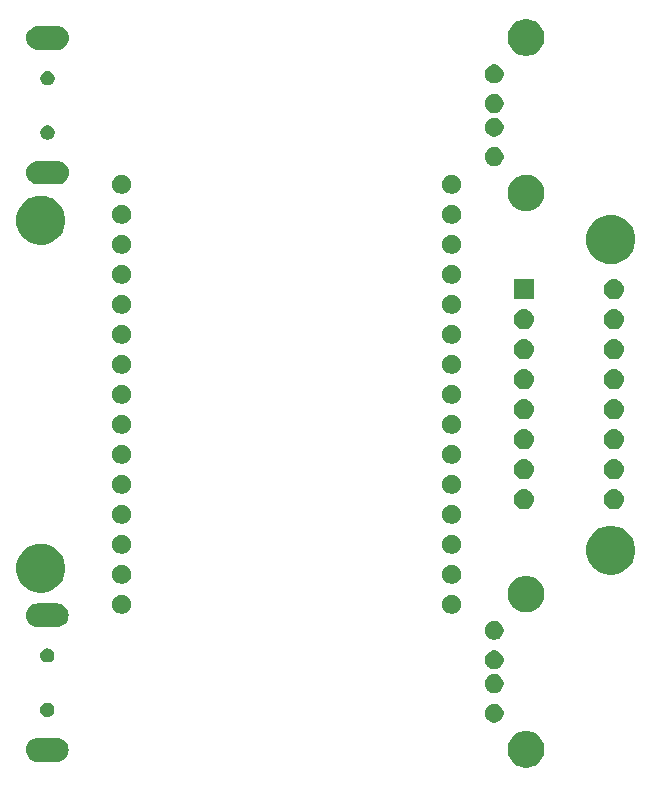
<source format=gbr>
G04 #@! TF.GenerationSoftware,KiCad,Pcbnew,(5.0.1)-4*
G04 #@! TF.CreationDate,2018-12-13T19:21:25-06:00*
G04 #@! TF.ProjectId,ExpansionUSB,457870616E73696F6E5553422E6B6963,rev?*
G04 #@! TF.SameCoordinates,Original*
G04 #@! TF.FileFunction,Soldermask,Bot*
G04 #@! TF.FilePolarity,Negative*
%FSLAX46Y46*%
G04 Gerber Fmt 4.6, Leading zero omitted, Abs format (unit mm)*
G04 Created by KiCad (PCBNEW (5.0.1)-4) date 13/12/2018 19:21:25*
%MOMM*%
%LPD*%
G01*
G04 APERTURE LIST*
%ADD10C,0.100000*%
G04 APERTURE END LIST*
D10*
G36*
X157880357Y-126954843D02*
X157980232Y-126974709D01*
X158097139Y-127023134D01*
X158262471Y-127091616D01*
X158516485Y-127261343D01*
X158732497Y-127477355D01*
X158902224Y-127731369D01*
X159019131Y-128013609D01*
X159078730Y-128313231D01*
X159078730Y-128618729D01*
X159019131Y-128918351D01*
X158902224Y-129200591D01*
X158732497Y-129454605D01*
X158516485Y-129670617D01*
X158262471Y-129840344D01*
X158097139Y-129908826D01*
X157980232Y-129957251D01*
X157880357Y-129977117D01*
X157680609Y-130016850D01*
X157375111Y-130016850D01*
X157175363Y-129977117D01*
X157075488Y-129957251D01*
X156958581Y-129908826D01*
X156793249Y-129840344D01*
X156539235Y-129670617D01*
X156323223Y-129454605D01*
X156153496Y-129200591D01*
X156036589Y-128918351D01*
X155976990Y-128618729D01*
X155976990Y-128313231D01*
X156036589Y-128013609D01*
X156153496Y-127731369D01*
X156323223Y-127477355D01*
X156539235Y-127261343D01*
X156793249Y-127091616D01*
X156958581Y-127023134D01*
X157075488Y-126974709D01*
X157175363Y-126954843D01*
X157375111Y-126915110D01*
X157680609Y-126915110D01*
X157880357Y-126954843D01*
X157880357Y-126954843D01*
G37*
G36*
X117990232Y-127522483D02*
X118178919Y-127579721D01*
X118352817Y-127672671D01*
X118505239Y-127797761D01*
X118630329Y-127950183D01*
X118723279Y-128124081D01*
X118780517Y-128312768D01*
X118799843Y-128509000D01*
X118780517Y-128705232D01*
X118723279Y-128893919D01*
X118630329Y-129067817D01*
X118505239Y-129220239D01*
X118352817Y-129345329D01*
X118178919Y-129438279D01*
X117990232Y-129495517D01*
X117843176Y-129510000D01*
X116144824Y-129510000D01*
X115997768Y-129495517D01*
X115809081Y-129438279D01*
X115635183Y-129345329D01*
X115482761Y-129220239D01*
X115357671Y-129067817D01*
X115264721Y-128893919D01*
X115207483Y-128705232D01*
X115188157Y-128509000D01*
X115207483Y-128312768D01*
X115264721Y-128124081D01*
X115357671Y-127950183D01*
X115482761Y-127797761D01*
X115635183Y-127672671D01*
X115809081Y-127579721D01*
X115997768Y-127522483D01*
X116144824Y-127508000D01*
X117843176Y-127508000D01*
X117990232Y-127522483D01*
X117990232Y-127522483D01*
G37*
G36*
X155051489Y-124624354D02*
X155197366Y-124684778D01*
X155328061Y-124772106D01*
X155328654Y-124772502D01*
X155440298Y-124884146D01*
X155440300Y-124884149D01*
X155528022Y-125015434D01*
X155588446Y-125161311D01*
X155619250Y-125316172D01*
X155619250Y-125474068D01*
X155588446Y-125628929D01*
X155528022Y-125774806D01*
X155440694Y-125905501D01*
X155440298Y-125906094D01*
X155328654Y-126017738D01*
X155328651Y-126017740D01*
X155197366Y-126105462D01*
X155051489Y-126165886D01*
X154896628Y-126196690D01*
X154738732Y-126196690D01*
X154583871Y-126165886D01*
X154437994Y-126105462D01*
X154306709Y-126017740D01*
X154306706Y-126017738D01*
X154195062Y-125906094D01*
X154194666Y-125905501D01*
X154107338Y-125774806D01*
X154046914Y-125628929D01*
X154016110Y-125474068D01*
X154016110Y-125316172D01*
X154046914Y-125161311D01*
X154107338Y-125015434D01*
X154195060Y-124884149D01*
X154195062Y-124884146D01*
X154306706Y-124772502D01*
X154307299Y-124772106D01*
X154437994Y-124684778D01*
X154583871Y-124624354D01*
X154738732Y-124593550D01*
X154896628Y-124593550D01*
X155051489Y-124624354D01*
X155051489Y-124624354D01*
G37*
G36*
X117169305Y-124531096D02*
X117278680Y-124576400D01*
X117377118Y-124642175D01*
X117460825Y-124725882D01*
X117526600Y-124824320D01*
X117571904Y-124933695D01*
X117595000Y-125049806D01*
X117595000Y-125168194D01*
X117571904Y-125284305D01*
X117526600Y-125393680D01*
X117460825Y-125492118D01*
X117377118Y-125575825D01*
X117278680Y-125641600D01*
X117169305Y-125686904D01*
X117053194Y-125710000D01*
X116934806Y-125710000D01*
X116818695Y-125686904D01*
X116709320Y-125641600D01*
X116610882Y-125575825D01*
X116527175Y-125492118D01*
X116461400Y-125393680D01*
X116416096Y-125284305D01*
X116393000Y-125168194D01*
X116393000Y-125049806D01*
X116416096Y-124933695D01*
X116461400Y-124824320D01*
X116527175Y-124725882D01*
X116610882Y-124642175D01*
X116709320Y-124576400D01*
X116818695Y-124531096D01*
X116934806Y-124508000D01*
X117053194Y-124508000D01*
X117169305Y-124531096D01*
X117169305Y-124531096D01*
G37*
G36*
X155051489Y-122124994D02*
X155197366Y-122185418D01*
X155328061Y-122272746D01*
X155328654Y-122273142D01*
X155440298Y-122384786D01*
X155440300Y-122384789D01*
X155528022Y-122516074D01*
X155588446Y-122661951D01*
X155619250Y-122816812D01*
X155619250Y-122974708D01*
X155588446Y-123129569D01*
X155528022Y-123275446D01*
X155440694Y-123406141D01*
X155440298Y-123406734D01*
X155328654Y-123518378D01*
X155328651Y-123518380D01*
X155197366Y-123606102D01*
X155051489Y-123666526D01*
X154896628Y-123697330D01*
X154738732Y-123697330D01*
X154583871Y-123666526D01*
X154437994Y-123606102D01*
X154306709Y-123518380D01*
X154306706Y-123518378D01*
X154195062Y-123406734D01*
X154194666Y-123406141D01*
X154107338Y-123275446D01*
X154046914Y-123129569D01*
X154016110Y-122974708D01*
X154016110Y-122816812D01*
X154046914Y-122661951D01*
X154107338Y-122516074D01*
X154195060Y-122384789D01*
X154195062Y-122384786D01*
X154306706Y-122273142D01*
X154307299Y-122272746D01*
X154437994Y-122185418D01*
X154583871Y-122124994D01*
X154738732Y-122094190D01*
X154896628Y-122094190D01*
X155051489Y-122124994D01*
X155051489Y-122124994D01*
G37*
G36*
X155051489Y-120123474D02*
X155197366Y-120183898D01*
X155328061Y-120271226D01*
X155328654Y-120271622D01*
X155440298Y-120383266D01*
X155440300Y-120383269D01*
X155528022Y-120514554D01*
X155588446Y-120660431D01*
X155619250Y-120815292D01*
X155619250Y-120973188D01*
X155588446Y-121128049D01*
X155528022Y-121273926D01*
X155440694Y-121404621D01*
X155440298Y-121405214D01*
X155328654Y-121516858D01*
X155328651Y-121516860D01*
X155197366Y-121604582D01*
X155051489Y-121665006D01*
X154896628Y-121695810D01*
X154738732Y-121695810D01*
X154583871Y-121665006D01*
X154437994Y-121604582D01*
X154306709Y-121516860D01*
X154306706Y-121516858D01*
X154195062Y-121405214D01*
X154194666Y-121404621D01*
X154107338Y-121273926D01*
X154046914Y-121128049D01*
X154016110Y-120973188D01*
X154016110Y-120815292D01*
X154046914Y-120660431D01*
X154107338Y-120514554D01*
X154195060Y-120383269D01*
X154195062Y-120383266D01*
X154306706Y-120271622D01*
X154307299Y-120271226D01*
X154437994Y-120183898D01*
X154583871Y-120123474D01*
X154738732Y-120092670D01*
X154896628Y-120092670D01*
X155051489Y-120123474D01*
X155051489Y-120123474D01*
G37*
G36*
X117169305Y-119931096D02*
X117278680Y-119976400D01*
X117377118Y-120042175D01*
X117460825Y-120125882D01*
X117526600Y-120224320D01*
X117571904Y-120333695D01*
X117595000Y-120449806D01*
X117595000Y-120568194D01*
X117571904Y-120684305D01*
X117526600Y-120793680D01*
X117460825Y-120892118D01*
X117377118Y-120975825D01*
X117278680Y-121041600D01*
X117169305Y-121086904D01*
X117053194Y-121110000D01*
X116934806Y-121110000D01*
X116818695Y-121086904D01*
X116709320Y-121041600D01*
X116610882Y-120975825D01*
X116527175Y-120892118D01*
X116461400Y-120793680D01*
X116416096Y-120684305D01*
X116393000Y-120568194D01*
X116393000Y-120449806D01*
X116416096Y-120333695D01*
X116461400Y-120224320D01*
X116527175Y-120125882D01*
X116610882Y-120042175D01*
X116709320Y-119976400D01*
X116818695Y-119931096D01*
X116934806Y-119908000D01*
X117053194Y-119908000D01*
X117169305Y-119931096D01*
X117169305Y-119931096D01*
G37*
G36*
X155051489Y-117624114D02*
X155197366Y-117684538D01*
X155328061Y-117771866D01*
X155328654Y-117772262D01*
X155440298Y-117883906D01*
X155440300Y-117883909D01*
X155528022Y-118015194D01*
X155588446Y-118161071D01*
X155619250Y-118315932D01*
X155619250Y-118473828D01*
X155588446Y-118628689D01*
X155528022Y-118774566D01*
X155440694Y-118905261D01*
X155440298Y-118905854D01*
X155328654Y-119017498D01*
X155328651Y-119017500D01*
X155197366Y-119105222D01*
X155051489Y-119165646D01*
X154896628Y-119196450D01*
X154738732Y-119196450D01*
X154583871Y-119165646D01*
X154437994Y-119105222D01*
X154306709Y-119017500D01*
X154306706Y-119017498D01*
X154195062Y-118905854D01*
X154194666Y-118905261D01*
X154107338Y-118774566D01*
X154046914Y-118628689D01*
X154016110Y-118473828D01*
X154016110Y-118315932D01*
X154046914Y-118161071D01*
X154107338Y-118015194D01*
X154195060Y-117883909D01*
X154195062Y-117883906D01*
X154306706Y-117772262D01*
X154307299Y-117771866D01*
X154437994Y-117684538D01*
X154583871Y-117624114D01*
X154738732Y-117593310D01*
X154896628Y-117593310D01*
X155051489Y-117624114D01*
X155051489Y-117624114D01*
G37*
G36*
X117990232Y-116122483D02*
X118178919Y-116179721D01*
X118352817Y-116272671D01*
X118505239Y-116397761D01*
X118630329Y-116550183D01*
X118723279Y-116724081D01*
X118780517Y-116912768D01*
X118799843Y-117109000D01*
X118780517Y-117305232D01*
X118723279Y-117493919D01*
X118630329Y-117667817D01*
X118505239Y-117820239D01*
X118352817Y-117945329D01*
X118178919Y-118038279D01*
X117990232Y-118095517D01*
X117843176Y-118110000D01*
X116144824Y-118110000D01*
X115997768Y-118095517D01*
X115809081Y-118038279D01*
X115635183Y-117945329D01*
X115482761Y-117820239D01*
X115357671Y-117667817D01*
X115264721Y-117493919D01*
X115207483Y-117305232D01*
X115188157Y-117109000D01*
X115207483Y-116912768D01*
X115264721Y-116724081D01*
X115357671Y-116550183D01*
X115482761Y-116397761D01*
X115635183Y-116272671D01*
X115809081Y-116179721D01*
X115997768Y-116122483D01*
X116144824Y-116108000D01*
X117843176Y-116108000D01*
X117990232Y-116122483D01*
X117990232Y-116122483D01*
G37*
G36*
X151469142Y-115398242D02*
X151617102Y-115459530D01*
X151750258Y-115548502D01*
X151863498Y-115661742D01*
X151952470Y-115794898D01*
X152013758Y-115942858D01*
X152045000Y-116099925D01*
X152045000Y-116260075D01*
X152013758Y-116417142D01*
X151967566Y-116528657D01*
X151952471Y-116565100D01*
X151863499Y-116698257D01*
X151750257Y-116811499D01*
X151684130Y-116855683D01*
X151617102Y-116900470D01*
X151617101Y-116900471D01*
X151617100Y-116900471D01*
X151587408Y-116912770D01*
X151469142Y-116961758D01*
X151312075Y-116993000D01*
X151151925Y-116993000D01*
X150994858Y-116961758D01*
X150876592Y-116912770D01*
X150846900Y-116900471D01*
X150846899Y-116900471D01*
X150846898Y-116900470D01*
X150779870Y-116855683D01*
X150713743Y-116811499D01*
X150600501Y-116698257D01*
X150511529Y-116565100D01*
X150496434Y-116528657D01*
X150450242Y-116417142D01*
X150419000Y-116260075D01*
X150419000Y-116099925D01*
X150450242Y-115942858D01*
X150511530Y-115794898D01*
X150600502Y-115661742D01*
X150713742Y-115548502D01*
X150846898Y-115459530D01*
X150994858Y-115398242D01*
X151151925Y-115367000D01*
X151312075Y-115367000D01*
X151469142Y-115398242D01*
X151469142Y-115398242D01*
G37*
G36*
X123529142Y-115398242D02*
X123677102Y-115459530D01*
X123810258Y-115548502D01*
X123923498Y-115661742D01*
X124012470Y-115794898D01*
X124073758Y-115942858D01*
X124105000Y-116099925D01*
X124105000Y-116260075D01*
X124073758Y-116417142D01*
X124027566Y-116528657D01*
X124012471Y-116565100D01*
X123923499Y-116698257D01*
X123810257Y-116811499D01*
X123744130Y-116855683D01*
X123677102Y-116900470D01*
X123677101Y-116900471D01*
X123677100Y-116900471D01*
X123647408Y-116912770D01*
X123529142Y-116961758D01*
X123372075Y-116993000D01*
X123211925Y-116993000D01*
X123054858Y-116961758D01*
X122936592Y-116912770D01*
X122906900Y-116900471D01*
X122906899Y-116900471D01*
X122906898Y-116900470D01*
X122839870Y-116855683D01*
X122773743Y-116811499D01*
X122660501Y-116698257D01*
X122571529Y-116565100D01*
X122556434Y-116528657D01*
X122510242Y-116417142D01*
X122479000Y-116260075D01*
X122479000Y-116099925D01*
X122510242Y-115942858D01*
X122571530Y-115794898D01*
X122660502Y-115661742D01*
X122773742Y-115548502D01*
X122906898Y-115459530D01*
X123054858Y-115398242D01*
X123211925Y-115367000D01*
X123372075Y-115367000D01*
X123529142Y-115398242D01*
X123529142Y-115398242D01*
G37*
G36*
X157880357Y-113812883D02*
X157980232Y-113832749D01*
X158087406Y-113877142D01*
X158262471Y-113949656D01*
X158516485Y-114119383D01*
X158732497Y-114335395D01*
X158902224Y-114589409D01*
X159019131Y-114871649D01*
X159078730Y-115171271D01*
X159078730Y-115476769D01*
X159064461Y-115548502D01*
X159019131Y-115776392D01*
X158970706Y-115893299D01*
X158902224Y-116058631D01*
X158732497Y-116312645D01*
X158516485Y-116528657D01*
X158262471Y-116698384D01*
X158097139Y-116766866D01*
X157980232Y-116815291D01*
X157880357Y-116835157D01*
X157680609Y-116874890D01*
X157375111Y-116874890D01*
X157175363Y-116835157D01*
X157075488Y-116815291D01*
X156958581Y-116766866D01*
X156793249Y-116698384D01*
X156539235Y-116528657D01*
X156323223Y-116312645D01*
X156153496Y-116058631D01*
X156085014Y-115893299D01*
X156036589Y-115776392D01*
X155991259Y-115548502D01*
X155976990Y-115476769D01*
X155976990Y-115171271D01*
X156036589Y-114871649D01*
X156153496Y-114589409D01*
X156323223Y-114335395D01*
X156539235Y-114119383D01*
X156793249Y-113949656D01*
X156968314Y-113877142D01*
X157075488Y-113832749D01*
X157175363Y-113812883D01*
X157375111Y-113773150D01*
X157680609Y-113773150D01*
X157880357Y-113812883D01*
X157880357Y-113812883D01*
G37*
G36*
X116840373Y-111089024D02*
X117041589Y-111129048D01*
X117420671Y-111286069D01*
X117497107Y-111337142D01*
X117761838Y-111514030D01*
X118051970Y-111804162D01*
X118279932Y-112145331D01*
X118436952Y-112524412D01*
X118515546Y-112919529D01*
X118517000Y-112926842D01*
X118517000Y-113337158D01*
X118436952Y-113739589D01*
X118279931Y-114118671D01*
X118177815Y-114271498D01*
X118051970Y-114459838D01*
X117761838Y-114749970D01*
X117761835Y-114749972D01*
X117420671Y-114977931D01*
X117041589Y-115134952D01*
X116859000Y-115171271D01*
X116639159Y-115215000D01*
X116228841Y-115215000D01*
X116009000Y-115171271D01*
X115826411Y-115134952D01*
X115447329Y-114977931D01*
X115106165Y-114749972D01*
X115106162Y-114749970D01*
X114816030Y-114459838D01*
X114690185Y-114271498D01*
X114588069Y-114118671D01*
X114431048Y-113739589D01*
X114351000Y-113337158D01*
X114351000Y-112926842D01*
X114352455Y-112919529D01*
X114431048Y-112524412D01*
X114588068Y-112145331D01*
X114816030Y-111804162D01*
X115106162Y-111514030D01*
X115370893Y-111337142D01*
X115447329Y-111286069D01*
X115826411Y-111129048D01*
X116027627Y-111089024D01*
X116228841Y-111049000D01*
X116639159Y-111049000D01*
X116840373Y-111089024D01*
X116840373Y-111089024D01*
G37*
G36*
X123529142Y-112858242D02*
X123677102Y-112919530D01*
X123810258Y-113008502D01*
X123923498Y-113121742D01*
X124012470Y-113254898D01*
X124073758Y-113402858D01*
X124105000Y-113559925D01*
X124105000Y-113720075D01*
X124073758Y-113877142D01*
X124043721Y-113949656D01*
X124012471Y-114025100D01*
X123949474Y-114119383D01*
X123923498Y-114158258D01*
X123810258Y-114271498D01*
X123677102Y-114360470D01*
X123529142Y-114421758D01*
X123372075Y-114453000D01*
X123211925Y-114453000D01*
X123054858Y-114421758D01*
X122906898Y-114360470D01*
X122773742Y-114271498D01*
X122660502Y-114158258D01*
X122634527Y-114119383D01*
X122571529Y-114025100D01*
X122540279Y-113949656D01*
X122510242Y-113877142D01*
X122479000Y-113720075D01*
X122479000Y-113559925D01*
X122510242Y-113402858D01*
X122571530Y-113254898D01*
X122660502Y-113121742D01*
X122773742Y-113008502D01*
X122906898Y-112919530D01*
X123054858Y-112858242D01*
X123211925Y-112827000D01*
X123372075Y-112827000D01*
X123529142Y-112858242D01*
X123529142Y-112858242D01*
G37*
G36*
X151469142Y-112858242D02*
X151617102Y-112919530D01*
X151750258Y-113008502D01*
X151863498Y-113121742D01*
X151952470Y-113254898D01*
X152013758Y-113402858D01*
X152045000Y-113559925D01*
X152045000Y-113720075D01*
X152013758Y-113877142D01*
X151983721Y-113949656D01*
X151952471Y-114025100D01*
X151889474Y-114119383D01*
X151863498Y-114158258D01*
X151750258Y-114271498D01*
X151617102Y-114360470D01*
X151469142Y-114421758D01*
X151312075Y-114453000D01*
X151151925Y-114453000D01*
X150994858Y-114421758D01*
X150846898Y-114360470D01*
X150713742Y-114271498D01*
X150600502Y-114158258D01*
X150574527Y-114119383D01*
X150511529Y-114025100D01*
X150480279Y-113949656D01*
X150450242Y-113877142D01*
X150419000Y-113720075D01*
X150419000Y-113559925D01*
X150450242Y-113402858D01*
X150511530Y-113254898D01*
X150600502Y-113121742D01*
X150713742Y-113008502D01*
X150846898Y-112919530D01*
X150994858Y-112858242D01*
X151151925Y-112827000D01*
X151312075Y-112827000D01*
X151469142Y-112858242D01*
X151469142Y-112858242D01*
G37*
G36*
X165301589Y-109605048D02*
X165680671Y-109762069D01*
X166017294Y-109986994D01*
X166021838Y-109990030D01*
X166311970Y-110280162D01*
X166311972Y-110280165D01*
X166539931Y-110621329D01*
X166696952Y-111000411D01*
X166700834Y-111019926D01*
X166777000Y-111402841D01*
X166777000Y-111813159D01*
X166696952Y-112215588D01*
X166539932Y-112594669D01*
X166311970Y-112935838D01*
X166021838Y-113225970D01*
X166021835Y-113225972D01*
X165680671Y-113453931D01*
X165301589Y-113610952D01*
X165100373Y-113650976D01*
X164899159Y-113691000D01*
X164488841Y-113691000D01*
X164287627Y-113650976D01*
X164086411Y-113610952D01*
X163707329Y-113453931D01*
X163366165Y-113225972D01*
X163366162Y-113225970D01*
X163076030Y-112935838D01*
X162848068Y-112594669D01*
X162691048Y-112215588D01*
X162611000Y-111813159D01*
X162611000Y-111402841D01*
X162687166Y-111019926D01*
X162691048Y-111000411D01*
X162848069Y-110621329D01*
X163076028Y-110280165D01*
X163076030Y-110280162D01*
X163366162Y-109990030D01*
X163370706Y-109986994D01*
X163707329Y-109762069D01*
X164086411Y-109605048D01*
X164488841Y-109525000D01*
X164899159Y-109525000D01*
X165301589Y-109605048D01*
X165301589Y-109605048D01*
G37*
G36*
X151469142Y-110318242D02*
X151617102Y-110379530D01*
X151750258Y-110468502D01*
X151863498Y-110581742D01*
X151952470Y-110714898D01*
X152013758Y-110862858D01*
X152045000Y-111019925D01*
X152045000Y-111180075D01*
X152013758Y-111337142D01*
X151952470Y-111485102D01*
X151863498Y-111618258D01*
X151750258Y-111731498D01*
X151617102Y-111820470D01*
X151469142Y-111881758D01*
X151312075Y-111913000D01*
X151151925Y-111913000D01*
X150994858Y-111881758D01*
X150846898Y-111820470D01*
X150713742Y-111731498D01*
X150600502Y-111618258D01*
X150511530Y-111485102D01*
X150450242Y-111337142D01*
X150419000Y-111180075D01*
X150419000Y-111019925D01*
X150450242Y-110862858D01*
X150511530Y-110714898D01*
X150600502Y-110581742D01*
X150713742Y-110468502D01*
X150846898Y-110379530D01*
X150994858Y-110318242D01*
X151151925Y-110287000D01*
X151312075Y-110287000D01*
X151469142Y-110318242D01*
X151469142Y-110318242D01*
G37*
G36*
X123529142Y-110318242D02*
X123677102Y-110379530D01*
X123810258Y-110468502D01*
X123923498Y-110581742D01*
X124012470Y-110714898D01*
X124073758Y-110862858D01*
X124105000Y-111019925D01*
X124105000Y-111180075D01*
X124073758Y-111337142D01*
X124012470Y-111485102D01*
X123923498Y-111618258D01*
X123810258Y-111731498D01*
X123677102Y-111820470D01*
X123529142Y-111881758D01*
X123372075Y-111913000D01*
X123211925Y-111913000D01*
X123054858Y-111881758D01*
X122906898Y-111820470D01*
X122773742Y-111731498D01*
X122660502Y-111618258D01*
X122571530Y-111485102D01*
X122510242Y-111337142D01*
X122479000Y-111180075D01*
X122479000Y-111019925D01*
X122510242Y-110862858D01*
X122571530Y-110714898D01*
X122660502Y-110581742D01*
X122773742Y-110468502D01*
X122906898Y-110379530D01*
X123054858Y-110318242D01*
X123211925Y-110287000D01*
X123372075Y-110287000D01*
X123529142Y-110318242D01*
X123529142Y-110318242D01*
G37*
G36*
X151469142Y-107778242D02*
X151617102Y-107839530D01*
X151750258Y-107928502D01*
X151863498Y-108041742D01*
X151952470Y-108174898D01*
X152013758Y-108322858D01*
X152045000Y-108479925D01*
X152045000Y-108640075D01*
X152013758Y-108797142D01*
X151952470Y-108945102D01*
X151863498Y-109078258D01*
X151750258Y-109191498D01*
X151617102Y-109280470D01*
X151469142Y-109341758D01*
X151312075Y-109373000D01*
X151151925Y-109373000D01*
X150994858Y-109341758D01*
X150846898Y-109280470D01*
X150713742Y-109191498D01*
X150600502Y-109078258D01*
X150511530Y-108945102D01*
X150450242Y-108797142D01*
X150419000Y-108640075D01*
X150419000Y-108479925D01*
X150450242Y-108322858D01*
X150511530Y-108174898D01*
X150600502Y-108041742D01*
X150713742Y-107928502D01*
X150846898Y-107839530D01*
X150994858Y-107778242D01*
X151151925Y-107747000D01*
X151312075Y-107747000D01*
X151469142Y-107778242D01*
X151469142Y-107778242D01*
G37*
G36*
X123529142Y-107778242D02*
X123677102Y-107839530D01*
X123810258Y-107928502D01*
X123923498Y-108041742D01*
X124012470Y-108174898D01*
X124073758Y-108322858D01*
X124105000Y-108479925D01*
X124105000Y-108640075D01*
X124073758Y-108797142D01*
X124012470Y-108945102D01*
X123923498Y-109078258D01*
X123810258Y-109191498D01*
X123677102Y-109280470D01*
X123529142Y-109341758D01*
X123372075Y-109373000D01*
X123211925Y-109373000D01*
X123054858Y-109341758D01*
X122906898Y-109280470D01*
X122773742Y-109191498D01*
X122660502Y-109078258D01*
X122571530Y-108945102D01*
X122510242Y-108797142D01*
X122479000Y-108640075D01*
X122479000Y-108479925D01*
X122510242Y-108322858D01*
X122571530Y-108174898D01*
X122660502Y-108041742D01*
X122773742Y-107928502D01*
X122906898Y-107839530D01*
X123054858Y-107778242D01*
X123211925Y-107747000D01*
X123372075Y-107747000D01*
X123529142Y-107778242D01*
X123529142Y-107778242D01*
G37*
G36*
X157494821Y-106450913D02*
X157494824Y-106450914D01*
X157494825Y-106450914D01*
X157655239Y-106499575D01*
X157655241Y-106499576D01*
X157655244Y-106499577D01*
X157803078Y-106578595D01*
X157932659Y-106684941D01*
X158039005Y-106814522D01*
X158118023Y-106962356D01*
X158166687Y-107122779D01*
X158183117Y-107289600D01*
X158166687Y-107456421D01*
X158118023Y-107616844D01*
X158039005Y-107764678D01*
X157932659Y-107894259D01*
X157803078Y-108000605D01*
X157655244Y-108079623D01*
X157655241Y-108079624D01*
X157655239Y-108079625D01*
X157494825Y-108128286D01*
X157494824Y-108128286D01*
X157494821Y-108128287D01*
X157369804Y-108140600D01*
X157286196Y-108140600D01*
X157161179Y-108128287D01*
X157161176Y-108128286D01*
X157161175Y-108128286D01*
X157000761Y-108079625D01*
X157000759Y-108079624D01*
X157000756Y-108079623D01*
X156852922Y-108000605D01*
X156723341Y-107894259D01*
X156616995Y-107764678D01*
X156537977Y-107616844D01*
X156489313Y-107456421D01*
X156472883Y-107289600D01*
X156489313Y-107122779D01*
X156537977Y-106962356D01*
X156616995Y-106814522D01*
X156723341Y-106684941D01*
X156852922Y-106578595D01*
X157000756Y-106499577D01*
X157000759Y-106499576D01*
X157000761Y-106499575D01*
X157161175Y-106450914D01*
X157161176Y-106450914D01*
X157161179Y-106450913D01*
X157286196Y-106438600D01*
X157369804Y-106438600D01*
X157494821Y-106450913D01*
X157494821Y-106450913D01*
G37*
G36*
X165114821Y-106450913D02*
X165114824Y-106450914D01*
X165114825Y-106450914D01*
X165275239Y-106499575D01*
X165275241Y-106499576D01*
X165275244Y-106499577D01*
X165423078Y-106578595D01*
X165552659Y-106684941D01*
X165659005Y-106814522D01*
X165738023Y-106962356D01*
X165786687Y-107122779D01*
X165803117Y-107289600D01*
X165786687Y-107456421D01*
X165738023Y-107616844D01*
X165659005Y-107764678D01*
X165552659Y-107894259D01*
X165423078Y-108000605D01*
X165275244Y-108079623D01*
X165275241Y-108079624D01*
X165275239Y-108079625D01*
X165114825Y-108128286D01*
X165114824Y-108128286D01*
X165114821Y-108128287D01*
X164989804Y-108140600D01*
X164906196Y-108140600D01*
X164781179Y-108128287D01*
X164781176Y-108128286D01*
X164781175Y-108128286D01*
X164620761Y-108079625D01*
X164620759Y-108079624D01*
X164620756Y-108079623D01*
X164472922Y-108000605D01*
X164343341Y-107894259D01*
X164236995Y-107764678D01*
X164157977Y-107616844D01*
X164109313Y-107456421D01*
X164092883Y-107289600D01*
X164109313Y-107122779D01*
X164157977Y-106962356D01*
X164236995Y-106814522D01*
X164343341Y-106684941D01*
X164472922Y-106578595D01*
X164620756Y-106499577D01*
X164620759Y-106499576D01*
X164620761Y-106499575D01*
X164781175Y-106450914D01*
X164781176Y-106450914D01*
X164781179Y-106450913D01*
X164906196Y-106438600D01*
X164989804Y-106438600D01*
X165114821Y-106450913D01*
X165114821Y-106450913D01*
G37*
G36*
X151469142Y-105238242D02*
X151617102Y-105299530D01*
X151750258Y-105388502D01*
X151863498Y-105501742D01*
X151952470Y-105634898D01*
X152013758Y-105782858D01*
X152045000Y-105939925D01*
X152045000Y-106100075D01*
X152013758Y-106257142D01*
X151952470Y-106405102D01*
X151863498Y-106538258D01*
X151750258Y-106651498D01*
X151617102Y-106740470D01*
X151469142Y-106801758D01*
X151312075Y-106833000D01*
X151151925Y-106833000D01*
X150994858Y-106801758D01*
X150846898Y-106740470D01*
X150713742Y-106651498D01*
X150600502Y-106538258D01*
X150511530Y-106405102D01*
X150450242Y-106257142D01*
X150419000Y-106100075D01*
X150419000Y-105939925D01*
X150450242Y-105782858D01*
X150511530Y-105634898D01*
X150600502Y-105501742D01*
X150713742Y-105388502D01*
X150846898Y-105299530D01*
X150994858Y-105238242D01*
X151151925Y-105207000D01*
X151312075Y-105207000D01*
X151469142Y-105238242D01*
X151469142Y-105238242D01*
G37*
G36*
X123529142Y-105238242D02*
X123677102Y-105299530D01*
X123810258Y-105388502D01*
X123923498Y-105501742D01*
X124012470Y-105634898D01*
X124073758Y-105782858D01*
X124105000Y-105939925D01*
X124105000Y-106100075D01*
X124073758Y-106257142D01*
X124012470Y-106405102D01*
X123923498Y-106538258D01*
X123810258Y-106651498D01*
X123677102Y-106740470D01*
X123529142Y-106801758D01*
X123372075Y-106833000D01*
X123211925Y-106833000D01*
X123054858Y-106801758D01*
X122906898Y-106740470D01*
X122773742Y-106651498D01*
X122660502Y-106538258D01*
X122571530Y-106405102D01*
X122510242Y-106257142D01*
X122479000Y-106100075D01*
X122479000Y-105939925D01*
X122510242Y-105782858D01*
X122571530Y-105634898D01*
X122660502Y-105501742D01*
X122773742Y-105388502D01*
X122906898Y-105299530D01*
X123054858Y-105238242D01*
X123211925Y-105207000D01*
X123372075Y-105207000D01*
X123529142Y-105238242D01*
X123529142Y-105238242D01*
G37*
G36*
X157494821Y-103910913D02*
X157494824Y-103910914D01*
X157494825Y-103910914D01*
X157655239Y-103959575D01*
X157655241Y-103959576D01*
X157655244Y-103959577D01*
X157803078Y-104038595D01*
X157932659Y-104144941D01*
X158039005Y-104274522D01*
X158118023Y-104422356D01*
X158166687Y-104582779D01*
X158183117Y-104749600D01*
X158166687Y-104916421D01*
X158118023Y-105076844D01*
X158039005Y-105224678D01*
X157932659Y-105354259D01*
X157803078Y-105460605D01*
X157655244Y-105539623D01*
X157655241Y-105539624D01*
X157655239Y-105539625D01*
X157494825Y-105588286D01*
X157494824Y-105588286D01*
X157494821Y-105588287D01*
X157369804Y-105600600D01*
X157286196Y-105600600D01*
X157161179Y-105588287D01*
X157161176Y-105588286D01*
X157161175Y-105588286D01*
X157000761Y-105539625D01*
X157000759Y-105539624D01*
X157000756Y-105539623D01*
X156852922Y-105460605D01*
X156723341Y-105354259D01*
X156616995Y-105224678D01*
X156537977Y-105076844D01*
X156489313Y-104916421D01*
X156472883Y-104749600D01*
X156489313Y-104582779D01*
X156537977Y-104422356D01*
X156616995Y-104274522D01*
X156723341Y-104144941D01*
X156852922Y-104038595D01*
X157000756Y-103959577D01*
X157000759Y-103959576D01*
X157000761Y-103959575D01*
X157161175Y-103910914D01*
X157161176Y-103910914D01*
X157161179Y-103910913D01*
X157286196Y-103898600D01*
X157369804Y-103898600D01*
X157494821Y-103910913D01*
X157494821Y-103910913D01*
G37*
G36*
X165114821Y-103910913D02*
X165114824Y-103910914D01*
X165114825Y-103910914D01*
X165275239Y-103959575D01*
X165275241Y-103959576D01*
X165275244Y-103959577D01*
X165423078Y-104038595D01*
X165552659Y-104144941D01*
X165659005Y-104274522D01*
X165738023Y-104422356D01*
X165786687Y-104582779D01*
X165803117Y-104749600D01*
X165786687Y-104916421D01*
X165738023Y-105076844D01*
X165659005Y-105224678D01*
X165552659Y-105354259D01*
X165423078Y-105460605D01*
X165275244Y-105539623D01*
X165275241Y-105539624D01*
X165275239Y-105539625D01*
X165114825Y-105588286D01*
X165114824Y-105588286D01*
X165114821Y-105588287D01*
X164989804Y-105600600D01*
X164906196Y-105600600D01*
X164781179Y-105588287D01*
X164781176Y-105588286D01*
X164781175Y-105588286D01*
X164620761Y-105539625D01*
X164620759Y-105539624D01*
X164620756Y-105539623D01*
X164472922Y-105460605D01*
X164343341Y-105354259D01*
X164236995Y-105224678D01*
X164157977Y-105076844D01*
X164109313Y-104916421D01*
X164092883Y-104749600D01*
X164109313Y-104582779D01*
X164157977Y-104422356D01*
X164236995Y-104274522D01*
X164343341Y-104144941D01*
X164472922Y-104038595D01*
X164620756Y-103959577D01*
X164620759Y-103959576D01*
X164620761Y-103959575D01*
X164781175Y-103910914D01*
X164781176Y-103910914D01*
X164781179Y-103910913D01*
X164906196Y-103898600D01*
X164989804Y-103898600D01*
X165114821Y-103910913D01*
X165114821Y-103910913D01*
G37*
G36*
X151469142Y-102698242D02*
X151617102Y-102759530D01*
X151750258Y-102848502D01*
X151863498Y-102961742D01*
X151952470Y-103094898D01*
X152013758Y-103242858D01*
X152045000Y-103399925D01*
X152045000Y-103560075D01*
X152013758Y-103717142D01*
X151952470Y-103865102D01*
X151863498Y-103998258D01*
X151750258Y-104111498D01*
X151617102Y-104200470D01*
X151469142Y-104261758D01*
X151312075Y-104293000D01*
X151151925Y-104293000D01*
X150994858Y-104261758D01*
X150846898Y-104200470D01*
X150713742Y-104111498D01*
X150600502Y-103998258D01*
X150511530Y-103865102D01*
X150450242Y-103717142D01*
X150419000Y-103560075D01*
X150419000Y-103399925D01*
X150450242Y-103242858D01*
X150511530Y-103094898D01*
X150600502Y-102961742D01*
X150713742Y-102848502D01*
X150846898Y-102759530D01*
X150994858Y-102698242D01*
X151151925Y-102667000D01*
X151312075Y-102667000D01*
X151469142Y-102698242D01*
X151469142Y-102698242D01*
G37*
G36*
X123529142Y-102698242D02*
X123677102Y-102759530D01*
X123810258Y-102848502D01*
X123923498Y-102961742D01*
X124012470Y-103094898D01*
X124073758Y-103242858D01*
X124105000Y-103399925D01*
X124105000Y-103560075D01*
X124073758Y-103717142D01*
X124012470Y-103865102D01*
X123923498Y-103998258D01*
X123810258Y-104111498D01*
X123677102Y-104200470D01*
X123529142Y-104261758D01*
X123372075Y-104293000D01*
X123211925Y-104293000D01*
X123054858Y-104261758D01*
X122906898Y-104200470D01*
X122773742Y-104111498D01*
X122660502Y-103998258D01*
X122571530Y-103865102D01*
X122510242Y-103717142D01*
X122479000Y-103560075D01*
X122479000Y-103399925D01*
X122510242Y-103242858D01*
X122571530Y-103094898D01*
X122660502Y-102961742D01*
X122773742Y-102848502D01*
X122906898Y-102759530D01*
X123054858Y-102698242D01*
X123211925Y-102667000D01*
X123372075Y-102667000D01*
X123529142Y-102698242D01*
X123529142Y-102698242D01*
G37*
G36*
X165114821Y-101370913D02*
X165114824Y-101370914D01*
X165114825Y-101370914D01*
X165275239Y-101419575D01*
X165275241Y-101419576D01*
X165275244Y-101419577D01*
X165423078Y-101498595D01*
X165552659Y-101604941D01*
X165659005Y-101734522D01*
X165738023Y-101882356D01*
X165786687Y-102042779D01*
X165803117Y-102209600D01*
X165786687Y-102376421D01*
X165738023Y-102536844D01*
X165659005Y-102684678D01*
X165552659Y-102814259D01*
X165423078Y-102920605D01*
X165275244Y-102999623D01*
X165275241Y-102999624D01*
X165275239Y-102999625D01*
X165114825Y-103048286D01*
X165114824Y-103048286D01*
X165114821Y-103048287D01*
X164989804Y-103060600D01*
X164906196Y-103060600D01*
X164781179Y-103048287D01*
X164781176Y-103048286D01*
X164781175Y-103048286D01*
X164620761Y-102999625D01*
X164620759Y-102999624D01*
X164620756Y-102999623D01*
X164472922Y-102920605D01*
X164343341Y-102814259D01*
X164236995Y-102684678D01*
X164157977Y-102536844D01*
X164109313Y-102376421D01*
X164092883Y-102209600D01*
X164109313Y-102042779D01*
X164157977Y-101882356D01*
X164236995Y-101734522D01*
X164343341Y-101604941D01*
X164472922Y-101498595D01*
X164620756Y-101419577D01*
X164620759Y-101419576D01*
X164620761Y-101419575D01*
X164781175Y-101370914D01*
X164781176Y-101370914D01*
X164781179Y-101370913D01*
X164906196Y-101358600D01*
X164989804Y-101358600D01*
X165114821Y-101370913D01*
X165114821Y-101370913D01*
G37*
G36*
X157494821Y-101370913D02*
X157494824Y-101370914D01*
X157494825Y-101370914D01*
X157655239Y-101419575D01*
X157655241Y-101419576D01*
X157655244Y-101419577D01*
X157803078Y-101498595D01*
X157932659Y-101604941D01*
X158039005Y-101734522D01*
X158118023Y-101882356D01*
X158166687Y-102042779D01*
X158183117Y-102209600D01*
X158166687Y-102376421D01*
X158118023Y-102536844D01*
X158039005Y-102684678D01*
X157932659Y-102814259D01*
X157803078Y-102920605D01*
X157655244Y-102999623D01*
X157655241Y-102999624D01*
X157655239Y-102999625D01*
X157494825Y-103048286D01*
X157494824Y-103048286D01*
X157494821Y-103048287D01*
X157369804Y-103060600D01*
X157286196Y-103060600D01*
X157161179Y-103048287D01*
X157161176Y-103048286D01*
X157161175Y-103048286D01*
X157000761Y-102999625D01*
X157000759Y-102999624D01*
X157000756Y-102999623D01*
X156852922Y-102920605D01*
X156723341Y-102814259D01*
X156616995Y-102684678D01*
X156537977Y-102536844D01*
X156489313Y-102376421D01*
X156472883Y-102209600D01*
X156489313Y-102042779D01*
X156537977Y-101882356D01*
X156616995Y-101734522D01*
X156723341Y-101604941D01*
X156852922Y-101498595D01*
X157000756Y-101419577D01*
X157000759Y-101419576D01*
X157000761Y-101419575D01*
X157161175Y-101370914D01*
X157161176Y-101370914D01*
X157161179Y-101370913D01*
X157286196Y-101358600D01*
X157369804Y-101358600D01*
X157494821Y-101370913D01*
X157494821Y-101370913D01*
G37*
G36*
X151469142Y-100158242D02*
X151617102Y-100219530D01*
X151750258Y-100308502D01*
X151863498Y-100421742D01*
X151952470Y-100554898D01*
X152013758Y-100702858D01*
X152045000Y-100859925D01*
X152045000Y-101020075D01*
X152013758Y-101177142D01*
X151952470Y-101325102D01*
X151863498Y-101458258D01*
X151750258Y-101571498D01*
X151617102Y-101660470D01*
X151469142Y-101721758D01*
X151312075Y-101753000D01*
X151151925Y-101753000D01*
X150994858Y-101721758D01*
X150846898Y-101660470D01*
X150713742Y-101571498D01*
X150600502Y-101458258D01*
X150511530Y-101325102D01*
X150450242Y-101177142D01*
X150419000Y-101020075D01*
X150419000Y-100859925D01*
X150450242Y-100702858D01*
X150511530Y-100554898D01*
X150600502Y-100421742D01*
X150713742Y-100308502D01*
X150846898Y-100219530D01*
X150994858Y-100158242D01*
X151151925Y-100127000D01*
X151312075Y-100127000D01*
X151469142Y-100158242D01*
X151469142Y-100158242D01*
G37*
G36*
X123529142Y-100158242D02*
X123677102Y-100219530D01*
X123810258Y-100308502D01*
X123923498Y-100421742D01*
X124012470Y-100554898D01*
X124073758Y-100702858D01*
X124105000Y-100859925D01*
X124105000Y-101020075D01*
X124073758Y-101177142D01*
X124012470Y-101325102D01*
X123923498Y-101458258D01*
X123810258Y-101571498D01*
X123677102Y-101660470D01*
X123529142Y-101721758D01*
X123372075Y-101753000D01*
X123211925Y-101753000D01*
X123054858Y-101721758D01*
X122906898Y-101660470D01*
X122773742Y-101571498D01*
X122660502Y-101458258D01*
X122571530Y-101325102D01*
X122510242Y-101177142D01*
X122479000Y-101020075D01*
X122479000Y-100859925D01*
X122510242Y-100702858D01*
X122571530Y-100554898D01*
X122660502Y-100421742D01*
X122773742Y-100308502D01*
X122906898Y-100219530D01*
X123054858Y-100158242D01*
X123211925Y-100127000D01*
X123372075Y-100127000D01*
X123529142Y-100158242D01*
X123529142Y-100158242D01*
G37*
G36*
X165114821Y-98830913D02*
X165114824Y-98830914D01*
X165114825Y-98830914D01*
X165275239Y-98879575D01*
X165275241Y-98879576D01*
X165275244Y-98879577D01*
X165423078Y-98958595D01*
X165552659Y-99064941D01*
X165659005Y-99194522D01*
X165738023Y-99342356D01*
X165786687Y-99502779D01*
X165803117Y-99669600D01*
X165786687Y-99836421D01*
X165738023Y-99996844D01*
X165659005Y-100144678D01*
X165552659Y-100274259D01*
X165423078Y-100380605D01*
X165275244Y-100459623D01*
X165275241Y-100459624D01*
X165275239Y-100459625D01*
X165114825Y-100508286D01*
X165114824Y-100508286D01*
X165114821Y-100508287D01*
X164989804Y-100520600D01*
X164906196Y-100520600D01*
X164781179Y-100508287D01*
X164781176Y-100508286D01*
X164781175Y-100508286D01*
X164620761Y-100459625D01*
X164620759Y-100459624D01*
X164620756Y-100459623D01*
X164472922Y-100380605D01*
X164343341Y-100274259D01*
X164236995Y-100144678D01*
X164157977Y-99996844D01*
X164109313Y-99836421D01*
X164092883Y-99669600D01*
X164109313Y-99502779D01*
X164157977Y-99342356D01*
X164236995Y-99194522D01*
X164343341Y-99064941D01*
X164472922Y-98958595D01*
X164620756Y-98879577D01*
X164620759Y-98879576D01*
X164620761Y-98879575D01*
X164781175Y-98830914D01*
X164781176Y-98830914D01*
X164781179Y-98830913D01*
X164906196Y-98818600D01*
X164989804Y-98818600D01*
X165114821Y-98830913D01*
X165114821Y-98830913D01*
G37*
G36*
X157494821Y-98830913D02*
X157494824Y-98830914D01*
X157494825Y-98830914D01*
X157655239Y-98879575D01*
X157655241Y-98879576D01*
X157655244Y-98879577D01*
X157803078Y-98958595D01*
X157932659Y-99064941D01*
X158039005Y-99194522D01*
X158118023Y-99342356D01*
X158166687Y-99502779D01*
X158183117Y-99669600D01*
X158166687Y-99836421D01*
X158118023Y-99996844D01*
X158039005Y-100144678D01*
X157932659Y-100274259D01*
X157803078Y-100380605D01*
X157655244Y-100459623D01*
X157655241Y-100459624D01*
X157655239Y-100459625D01*
X157494825Y-100508286D01*
X157494824Y-100508286D01*
X157494821Y-100508287D01*
X157369804Y-100520600D01*
X157286196Y-100520600D01*
X157161179Y-100508287D01*
X157161176Y-100508286D01*
X157161175Y-100508286D01*
X157000761Y-100459625D01*
X157000759Y-100459624D01*
X157000756Y-100459623D01*
X156852922Y-100380605D01*
X156723341Y-100274259D01*
X156616995Y-100144678D01*
X156537977Y-99996844D01*
X156489313Y-99836421D01*
X156472883Y-99669600D01*
X156489313Y-99502779D01*
X156537977Y-99342356D01*
X156616995Y-99194522D01*
X156723341Y-99064941D01*
X156852922Y-98958595D01*
X157000756Y-98879577D01*
X157000759Y-98879576D01*
X157000761Y-98879575D01*
X157161175Y-98830914D01*
X157161176Y-98830914D01*
X157161179Y-98830913D01*
X157286196Y-98818600D01*
X157369804Y-98818600D01*
X157494821Y-98830913D01*
X157494821Y-98830913D01*
G37*
G36*
X151469142Y-97618242D02*
X151617102Y-97679530D01*
X151750258Y-97768502D01*
X151863498Y-97881742D01*
X151952470Y-98014898D01*
X152013758Y-98162858D01*
X152045000Y-98319925D01*
X152045000Y-98480075D01*
X152013758Y-98637142D01*
X151952470Y-98785102D01*
X151863498Y-98918258D01*
X151750258Y-99031498D01*
X151617102Y-99120470D01*
X151469142Y-99181758D01*
X151312075Y-99213000D01*
X151151925Y-99213000D01*
X150994858Y-99181758D01*
X150846898Y-99120470D01*
X150713742Y-99031498D01*
X150600502Y-98918258D01*
X150511530Y-98785102D01*
X150450242Y-98637142D01*
X150419000Y-98480075D01*
X150419000Y-98319925D01*
X150450242Y-98162858D01*
X150511530Y-98014898D01*
X150600502Y-97881742D01*
X150713742Y-97768502D01*
X150846898Y-97679530D01*
X150994858Y-97618242D01*
X151151925Y-97587000D01*
X151312075Y-97587000D01*
X151469142Y-97618242D01*
X151469142Y-97618242D01*
G37*
G36*
X123529142Y-97618242D02*
X123677102Y-97679530D01*
X123810258Y-97768502D01*
X123923498Y-97881742D01*
X124012470Y-98014898D01*
X124073758Y-98162858D01*
X124105000Y-98319925D01*
X124105000Y-98480075D01*
X124073758Y-98637142D01*
X124012470Y-98785102D01*
X123923498Y-98918258D01*
X123810258Y-99031498D01*
X123677102Y-99120470D01*
X123529142Y-99181758D01*
X123372075Y-99213000D01*
X123211925Y-99213000D01*
X123054858Y-99181758D01*
X122906898Y-99120470D01*
X122773742Y-99031498D01*
X122660502Y-98918258D01*
X122571530Y-98785102D01*
X122510242Y-98637142D01*
X122479000Y-98480075D01*
X122479000Y-98319925D01*
X122510242Y-98162858D01*
X122571530Y-98014898D01*
X122660502Y-97881742D01*
X122773742Y-97768502D01*
X122906898Y-97679530D01*
X123054858Y-97618242D01*
X123211925Y-97587000D01*
X123372075Y-97587000D01*
X123529142Y-97618242D01*
X123529142Y-97618242D01*
G37*
G36*
X165114821Y-96290913D02*
X165114824Y-96290914D01*
X165114825Y-96290914D01*
X165275239Y-96339575D01*
X165275241Y-96339576D01*
X165275244Y-96339577D01*
X165423078Y-96418595D01*
X165552659Y-96524941D01*
X165659005Y-96654522D01*
X165738023Y-96802356D01*
X165786687Y-96962779D01*
X165803117Y-97129600D01*
X165786687Y-97296421D01*
X165738023Y-97456844D01*
X165659005Y-97604678D01*
X165552659Y-97734259D01*
X165423078Y-97840605D01*
X165275244Y-97919623D01*
X165275241Y-97919624D01*
X165275239Y-97919625D01*
X165114825Y-97968286D01*
X165114824Y-97968286D01*
X165114821Y-97968287D01*
X164989804Y-97980600D01*
X164906196Y-97980600D01*
X164781179Y-97968287D01*
X164781176Y-97968286D01*
X164781175Y-97968286D01*
X164620761Y-97919625D01*
X164620759Y-97919624D01*
X164620756Y-97919623D01*
X164472922Y-97840605D01*
X164343341Y-97734259D01*
X164236995Y-97604678D01*
X164157977Y-97456844D01*
X164109313Y-97296421D01*
X164092883Y-97129600D01*
X164109313Y-96962779D01*
X164157977Y-96802356D01*
X164236995Y-96654522D01*
X164343341Y-96524941D01*
X164472922Y-96418595D01*
X164620756Y-96339577D01*
X164620759Y-96339576D01*
X164620761Y-96339575D01*
X164781175Y-96290914D01*
X164781176Y-96290914D01*
X164781179Y-96290913D01*
X164906196Y-96278600D01*
X164989804Y-96278600D01*
X165114821Y-96290913D01*
X165114821Y-96290913D01*
G37*
G36*
X157494821Y-96290913D02*
X157494824Y-96290914D01*
X157494825Y-96290914D01*
X157655239Y-96339575D01*
X157655241Y-96339576D01*
X157655244Y-96339577D01*
X157803078Y-96418595D01*
X157932659Y-96524941D01*
X158039005Y-96654522D01*
X158118023Y-96802356D01*
X158166687Y-96962779D01*
X158183117Y-97129600D01*
X158166687Y-97296421D01*
X158118023Y-97456844D01*
X158039005Y-97604678D01*
X157932659Y-97734259D01*
X157803078Y-97840605D01*
X157655244Y-97919623D01*
X157655241Y-97919624D01*
X157655239Y-97919625D01*
X157494825Y-97968286D01*
X157494824Y-97968286D01*
X157494821Y-97968287D01*
X157369804Y-97980600D01*
X157286196Y-97980600D01*
X157161179Y-97968287D01*
X157161176Y-97968286D01*
X157161175Y-97968286D01*
X157000761Y-97919625D01*
X157000759Y-97919624D01*
X157000756Y-97919623D01*
X156852922Y-97840605D01*
X156723341Y-97734259D01*
X156616995Y-97604678D01*
X156537977Y-97456844D01*
X156489313Y-97296421D01*
X156472883Y-97129600D01*
X156489313Y-96962779D01*
X156537977Y-96802356D01*
X156616995Y-96654522D01*
X156723341Y-96524941D01*
X156852922Y-96418595D01*
X157000756Y-96339577D01*
X157000759Y-96339576D01*
X157000761Y-96339575D01*
X157161175Y-96290914D01*
X157161176Y-96290914D01*
X157161179Y-96290913D01*
X157286196Y-96278600D01*
X157369804Y-96278600D01*
X157494821Y-96290913D01*
X157494821Y-96290913D01*
G37*
G36*
X123529142Y-95078242D02*
X123677102Y-95139530D01*
X123810258Y-95228502D01*
X123923498Y-95341742D01*
X124012470Y-95474898D01*
X124073758Y-95622858D01*
X124105000Y-95779925D01*
X124105000Y-95940075D01*
X124073758Y-96097142D01*
X124012470Y-96245102D01*
X123923498Y-96378258D01*
X123810258Y-96491498D01*
X123677102Y-96580470D01*
X123529142Y-96641758D01*
X123372075Y-96673000D01*
X123211925Y-96673000D01*
X123054858Y-96641758D01*
X122906898Y-96580470D01*
X122773742Y-96491498D01*
X122660502Y-96378258D01*
X122571530Y-96245102D01*
X122510242Y-96097142D01*
X122479000Y-95940075D01*
X122479000Y-95779925D01*
X122510242Y-95622858D01*
X122571530Y-95474898D01*
X122660502Y-95341742D01*
X122773742Y-95228502D01*
X122906898Y-95139530D01*
X123054858Y-95078242D01*
X123211925Y-95047000D01*
X123372075Y-95047000D01*
X123529142Y-95078242D01*
X123529142Y-95078242D01*
G37*
G36*
X151469142Y-95078242D02*
X151617102Y-95139530D01*
X151750258Y-95228502D01*
X151863498Y-95341742D01*
X151952470Y-95474898D01*
X152013758Y-95622858D01*
X152045000Y-95779925D01*
X152045000Y-95940075D01*
X152013758Y-96097142D01*
X151952470Y-96245102D01*
X151863498Y-96378258D01*
X151750258Y-96491498D01*
X151617102Y-96580470D01*
X151469142Y-96641758D01*
X151312075Y-96673000D01*
X151151925Y-96673000D01*
X150994858Y-96641758D01*
X150846898Y-96580470D01*
X150713742Y-96491498D01*
X150600502Y-96378258D01*
X150511530Y-96245102D01*
X150450242Y-96097142D01*
X150419000Y-95940075D01*
X150419000Y-95779925D01*
X150450242Y-95622858D01*
X150511530Y-95474898D01*
X150600502Y-95341742D01*
X150713742Y-95228502D01*
X150846898Y-95139530D01*
X150994858Y-95078242D01*
X151151925Y-95047000D01*
X151312075Y-95047000D01*
X151469142Y-95078242D01*
X151469142Y-95078242D01*
G37*
G36*
X165114821Y-93750913D02*
X165114824Y-93750914D01*
X165114825Y-93750914D01*
X165275239Y-93799575D01*
X165275241Y-93799576D01*
X165275244Y-93799577D01*
X165423078Y-93878595D01*
X165552659Y-93984941D01*
X165659005Y-94114522D01*
X165738023Y-94262356D01*
X165786687Y-94422779D01*
X165803117Y-94589600D01*
X165786687Y-94756421D01*
X165738023Y-94916844D01*
X165659005Y-95064678D01*
X165552659Y-95194259D01*
X165423078Y-95300605D01*
X165275244Y-95379623D01*
X165275241Y-95379624D01*
X165275239Y-95379625D01*
X165114825Y-95428286D01*
X165114824Y-95428286D01*
X165114821Y-95428287D01*
X164989804Y-95440600D01*
X164906196Y-95440600D01*
X164781179Y-95428287D01*
X164781176Y-95428286D01*
X164781175Y-95428286D01*
X164620761Y-95379625D01*
X164620759Y-95379624D01*
X164620756Y-95379623D01*
X164472922Y-95300605D01*
X164343341Y-95194259D01*
X164236995Y-95064678D01*
X164157977Y-94916844D01*
X164109313Y-94756421D01*
X164092883Y-94589600D01*
X164109313Y-94422779D01*
X164157977Y-94262356D01*
X164236995Y-94114522D01*
X164343341Y-93984941D01*
X164472922Y-93878595D01*
X164620756Y-93799577D01*
X164620759Y-93799576D01*
X164620761Y-93799575D01*
X164781175Y-93750914D01*
X164781176Y-93750914D01*
X164781179Y-93750913D01*
X164906196Y-93738600D01*
X164989804Y-93738600D01*
X165114821Y-93750913D01*
X165114821Y-93750913D01*
G37*
G36*
X157494821Y-93750913D02*
X157494824Y-93750914D01*
X157494825Y-93750914D01*
X157655239Y-93799575D01*
X157655241Y-93799576D01*
X157655244Y-93799577D01*
X157803078Y-93878595D01*
X157932659Y-93984941D01*
X158039005Y-94114522D01*
X158118023Y-94262356D01*
X158166687Y-94422779D01*
X158183117Y-94589600D01*
X158166687Y-94756421D01*
X158118023Y-94916844D01*
X158039005Y-95064678D01*
X157932659Y-95194259D01*
X157803078Y-95300605D01*
X157655244Y-95379623D01*
X157655241Y-95379624D01*
X157655239Y-95379625D01*
X157494825Y-95428286D01*
X157494824Y-95428286D01*
X157494821Y-95428287D01*
X157369804Y-95440600D01*
X157286196Y-95440600D01*
X157161179Y-95428287D01*
X157161176Y-95428286D01*
X157161175Y-95428286D01*
X157000761Y-95379625D01*
X157000759Y-95379624D01*
X157000756Y-95379623D01*
X156852922Y-95300605D01*
X156723341Y-95194259D01*
X156616995Y-95064678D01*
X156537977Y-94916844D01*
X156489313Y-94756421D01*
X156472883Y-94589600D01*
X156489313Y-94422779D01*
X156537977Y-94262356D01*
X156616995Y-94114522D01*
X156723341Y-93984941D01*
X156852922Y-93878595D01*
X157000756Y-93799577D01*
X157000759Y-93799576D01*
X157000761Y-93799575D01*
X157161175Y-93750914D01*
X157161176Y-93750914D01*
X157161179Y-93750913D01*
X157286196Y-93738600D01*
X157369804Y-93738600D01*
X157494821Y-93750913D01*
X157494821Y-93750913D01*
G37*
G36*
X151469142Y-92538242D02*
X151617102Y-92599530D01*
X151750258Y-92688502D01*
X151863498Y-92801742D01*
X151952470Y-92934898D01*
X152013758Y-93082858D01*
X152045000Y-93239925D01*
X152045000Y-93400075D01*
X152013758Y-93557142D01*
X151952470Y-93705102D01*
X151863498Y-93838258D01*
X151750258Y-93951498D01*
X151617102Y-94040470D01*
X151469142Y-94101758D01*
X151312075Y-94133000D01*
X151151925Y-94133000D01*
X150994858Y-94101758D01*
X150846898Y-94040470D01*
X150713742Y-93951498D01*
X150600502Y-93838258D01*
X150511530Y-93705102D01*
X150450242Y-93557142D01*
X150419000Y-93400075D01*
X150419000Y-93239925D01*
X150450242Y-93082858D01*
X150511530Y-92934898D01*
X150600502Y-92801742D01*
X150713742Y-92688502D01*
X150846898Y-92599530D01*
X150994858Y-92538242D01*
X151151925Y-92507000D01*
X151312075Y-92507000D01*
X151469142Y-92538242D01*
X151469142Y-92538242D01*
G37*
G36*
X123529142Y-92538242D02*
X123677102Y-92599530D01*
X123810258Y-92688502D01*
X123923498Y-92801742D01*
X124012470Y-92934898D01*
X124073758Y-93082858D01*
X124105000Y-93239925D01*
X124105000Y-93400075D01*
X124073758Y-93557142D01*
X124012470Y-93705102D01*
X123923498Y-93838258D01*
X123810258Y-93951498D01*
X123677102Y-94040470D01*
X123529142Y-94101758D01*
X123372075Y-94133000D01*
X123211925Y-94133000D01*
X123054858Y-94101758D01*
X122906898Y-94040470D01*
X122773742Y-93951498D01*
X122660502Y-93838258D01*
X122571530Y-93705102D01*
X122510242Y-93557142D01*
X122479000Y-93400075D01*
X122479000Y-93239925D01*
X122510242Y-93082858D01*
X122571530Y-92934898D01*
X122660502Y-92801742D01*
X122773742Y-92688502D01*
X122906898Y-92599530D01*
X123054858Y-92538242D01*
X123211925Y-92507000D01*
X123372075Y-92507000D01*
X123529142Y-92538242D01*
X123529142Y-92538242D01*
G37*
G36*
X165114821Y-91210913D02*
X165114824Y-91210914D01*
X165114825Y-91210914D01*
X165275239Y-91259575D01*
X165275241Y-91259576D01*
X165275244Y-91259577D01*
X165423078Y-91338595D01*
X165552659Y-91444941D01*
X165659005Y-91574522D01*
X165738023Y-91722356D01*
X165786687Y-91882779D01*
X165803117Y-92049600D01*
X165786687Y-92216421D01*
X165738023Y-92376844D01*
X165659005Y-92524678D01*
X165552659Y-92654259D01*
X165423078Y-92760605D01*
X165275244Y-92839623D01*
X165275241Y-92839624D01*
X165275239Y-92839625D01*
X165114825Y-92888286D01*
X165114824Y-92888286D01*
X165114821Y-92888287D01*
X164989804Y-92900600D01*
X164906196Y-92900600D01*
X164781179Y-92888287D01*
X164781176Y-92888286D01*
X164781175Y-92888286D01*
X164620761Y-92839625D01*
X164620759Y-92839624D01*
X164620756Y-92839623D01*
X164472922Y-92760605D01*
X164343341Y-92654259D01*
X164236995Y-92524678D01*
X164157977Y-92376844D01*
X164109313Y-92216421D01*
X164092883Y-92049600D01*
X164109313Y-91882779D01*
X164157977Y-91722356D01*
X164236995Y-91574522D01*
X164343341Y-91444941D01*
X164472922Y-91338595D01*
X164620756Y-91259577D01*
X164620759Y-91259576D01*
X164620761Y-91259575D01*
X164781175Y-91210914D01*
X164781176Y-91210914D01*
X164781179Y-91210913D01*
X164906196Y-91198600D01*
X164989804Y-91198600D01*
X165114821Y-91210913D01*
X165114821Y-91210913D01*
G37*
G36*
X157494821Y-91210913D02*
X157494824Y-91210914D01*
X157494825Y-91210914D01*
X157655239Y-91259575D01*
X157655241Y-91259576D01*
X157655244Y-91259577D01*
X157803078Y-91338595D01*
X157932659Y-91444941D01*
X158039005Y-91574522D01*
X158118023Y-91722356D01*
X158166687Y-91882779D01*
X158183117Y-92049600D01*
X158166687Y-92216421D01*
X158118023Y-92376844D01*
X158039005Y-92524678D01*
X157932659Y-92654259D01*
X157803078Y-92760605D01*
X157655244Y-92839623D01*
X157655241Y-92839624D01*
X157655239Y-92839625D01*
X157494825Y-92888286D01*
X157494824Y-92888286D01*
X157494821Y-92888287D01*
X157369804Y-92900600D01*
X157286196Y-92900600D01*
X157161179Y-92888287D01*
X157161176Y-92888286D01*
X157161175Y-92888286D01*
X157000761Y-92839625D01*
X157000759Y-92839624D01*
X157000756Y-92839623D01*
X156852922Y-92760605D01*
X156723341Y-92654259D01*
X156616995Y-92524678D01*
X156537977Y-92376844D01*
X156489313Y-92216421D01*
X156472883Y-92049600D01*
X156489313Y-91882779D01*
X156537977Y-91722356D01*
X156616995Y-91574522D01*
X156723341Y-91444941D01*
X156852922Y-91338595D01*
X157000756Y-91259577D01*
X157000759Y-91259576D01*
X157000761Y-91259575D01*
X157161175Y-91210914D01*
X157161176Y-91210914D01*
X157161179Y-91210913D01*
X157286196Y-91198600D01*
X157369804Y-91198600D01*
X157494821Y-91210913D01*
X157494821Y-91210913D01*
G37*
G36*
X151469142Y-89998242D02*
X151617102Y-90059530D01*
X151750258Y-90148502D01*
X151863498Y-90261742D01*
X151952470Y-90394898D01*
X152013758Y-90542858D01*
X152045000Y-90699925D01*
X152045000Y-90860075D01*
X152013758Y-91017142D01*
X151952470Y-91165102D01*
X151863498Y-91298258D01*
X151750258Y-91411498D01*
X151617102Y-91500470D01*
X151469142Y-91561758D01*
X151312075Y-91593000D01*
X151151925Y-91593000D01*
X150994858Y-91561758D01*
X150846898Y-91500470D01*
X150713742Y-91411498D01*
X150600502Y-91298258D01*
X150511530Y-91165102D01*
X150450242Y-91017142D01*
X150419000Y-90860075D01*
X150419000Y-90699925D01*
X150450242Y-90542858D01*
X150511530Y-90394898D01*
X150600502Y-90261742D01*
X150713742Y-90148502D01*
X150846898Y-90059530D01*
X150994858Y-89998242D01*
X151151925Y-89967000D01*
X151312075Y-89967000D01*
X151469142Y-89998242D01*
X151469142Y-89998242D01*
G37*
G36*
X123529142Y-89998242D02*
X123677102Y-90059530D01*
X123810258Y-90148502D01*
X123923498Y-90261742D01*
X124012470Y-90394898D01*
X124073758Y-90542858D01*
X124105000Y-90699925D01*
X124105000Y-90860075D01*
X124073758Y-91017142D01*
X124012470Y-91165102D01*
X123923498Y-91298258D01*
X123810258Y-91411498D01*
X123677102Y-91500470D01*
X123529142Y-91561758D01*
X123372075Y-91593000D01*
X123211925Y-91593000D01*
X123054858Y-91561758D01*
X122906898Y-91500470D01*
X122773742Y-91411498D01*
X122660502Y-91298258D01*
X122571530Y-91165102D01*
X122510242Y-91017142D01*
X122479000Y-90860075D01*
X122479000Y-90699925D01*
X122510242Y-90542858D01*
X122571530Y-90394898D01*
X122660502Y-90261742D01*
X122773742Y-90148502D01*
X122906898Y-90059530D01*
X123054858Y-89998242D01*
X123211925Y-89967000D01*
X123372075Y-89967000D01*
X123529142Y-89998242D01*
X123529142Y-89998242D01*
G37*
G36*
X165114821Y-88670913D02*
X165114824Y-88670914D01*
X165114825Y-88670914D01*
X165275239Y-88719575D01*
X165275241Y-88719576D01*
X165275244Y-88719577D01*
X165423078Y-88798595D01*
X165552659Y-88904941D01*
X165659005Y-89034522D01*
X165738023Y-89182356D01*
X165786687Y-89342779D01*
X165803117Y-89509600D01*
X165786687Y-89676421D01*
X165738023Y-89836844D01*
X165659005Y-89984678D01*
X165552659Y-90114259D01*
X165423078Y-90220605D01*
X165275244Y-90299623D01*
X165275241Y-90299624D01*
X165275239Y-90299625D01*
X165114825Y-90348286D01*
X165114824Y-90348286D01*
X165114821Y-90348287D01*
X164989804Y-90360600D01*
X164906196Y-90360600D01*
X164781179Y-90348287D01*
X164781176Y-90348286D01*
X164781175Y-90348286D01*
X164620761Y-90299625D01*
X164620759Y-90299624D01*
X164620756Y-90299623D01*
X164472922Y-90220605D01*
X164343341Y-90114259D01*
X164236995Y-89984678D01*
X164157977Y-89836844D01*
X164109313Y-89676421D01*
X164092883Y-89509600D01*
X164109313Y-89342779D01*
X164157977Y-89182356D01*
X164236995Y-89034522D01*
X164343341Y-88904941D01*
X164472922Y-88798595D01*
X164620756Y-88719577D01*
X164620759Y-88719576D01*
X164620761Y-88719575D01*
X164781175Y-88670914D01*
X164781176Y-88670914D01*
X164781179Y-88670913D01*
X164906196Y-88658600D01*
X164989804Y-88658600D01*
X165114821Y-88670913D01*
X165114821Y-88670913D01*
G37*
G36*
X158179000Y-90360600D02*
X156477000Y-90360600D01*
X156477000Y-88658600D01*
X158179000Y-88658600D01*
X158179000Y-90360600D01*
X158179000Y-90360600D01*
G37*
G36*
X123529142Y-87458242D02*
X123677102Y-87519530D01*
X123810258Y-87608502D01*
X123923498Y-87721742D01*
X124012470Y-87854898D01*
X124073758Y-88002858D01*
X124105000Y-88159925D01*
X124105000Y-88320075D01*
X124073758Y-88477142D01*
X124012470Y-88625102D01*
X123923498Y-88758258D01*
X123810258Y-88871498D01*
X123677102Y-88960470D01*
X123529142Y-89021758D01*
X123372075Y-89053000D01*
X123211925Y-89053000D01*
X123054858Y-89021758D01*
X122906898Y-88960470D01*
X122773742Y-88871498D01*
X122660502Y-88758258D01*
X122571530Y-88625102D01*
X122510242Y-88477142D01*
X122479000Y-88320075D01*
X122479000Y-88159925D01*
X122510242Y-88002858D01*
X122571530Y-87854898D01*
X122660502Y-87721742D01*
X122773742Y-87608502D01*
X122906898Y-87519530D01*
X123054858Y-87458242D01*
X123211925Y-87427000D01*
X123372075Y-87427000D01*
X123529142Y-87458242D01*
X123529142Y-87458242D01*
G37*
G36*
X151469142Y-87458242D02*
X151617102Y-87519530D01*
X151750258Y-87608502D01*
X151863498Y-87721742D01*
X151952470Y-87854898D01*
X152013758Y-88002858D01*
X152045000Y-88159925D01*
X152045000Y-88320075D01*
X152013758Y-88477142D01*
X151952470Y-88625102D01*
X151863498Y-88758258D01*
X151750258Y-88871498D01*
X151617102Y-88960470D01*
X151469142Y-89021758D01*
X151312075Y-89053000D01*
X151151925Y-89053000D01*
X150994858Y-89021758D01*
X150846898Y-88960470D01*
X150713742Y-88871498D01*
X150600502Y-88758258D01*
X150511530Y-88625102D01*
X150450242Y-88477142D01*
X150419000Y-88320075D01*
X150419000Y-88159925D01*
X150450242Y-88002858D01*
X150511530Y-87854898D01*
X150600502Y-87721742D01*
X150713742Y-87608502D01*
X150846898Y-87519530D01*
X150994858Y-87458242D01*
X151151925Y-87427000D01*
X151312075Y-87427000D01*
X151469142Y-87458242D01*
X151469142Y-87458242D01*
G37*
G36*
X165049346Y-83240074D02*
X165301589Y-83290248D01*
X165680671Y-83447269D01*
X165827085Y-83545100D01*
X166021838Y-83675230D01*
X166311970Y-83965362D01*
X166311972Y-83965365D01*
X166539931Y-84306529D01*
X166683971Y-84654271D01*
X166696952Y-84685612D01*
X166758580Y-84995435D01*
X166777000Y-85088042D01*
X166777000Y-85498358D01*
X166696952Y-85900789D01*
X166539931Y-86279871D01*
X166445985Y-86420471D01*
X166311970Y-86621038D01*
X166021838Y-86911170D01*
X166021835Y-86911172D01*
X165680671Y-87139131D01*
X165301589Y-87296152D01*
X165100373Y-87336176D01*
X164899159Y-87376200D01*
X164488841Y-87376200D01*
X164287627Y-87336176D01*
X164086411Y-87296152D01*
X163707329Y-87139131D01*
X163366165Y-86911172D01*
X163366162Y-86911170D01*
X163076030Y-86621038D01*
X162942015Y-86420471D01*
X162848069Y-86279871D01*
X162691048Y-85900789D01*
X162611000Y-85498358D01*
X162611000Y-85088042D01*
X162629421Y-84995435D01*
X162691048Y-84685612D01*
X162704030Y-84654271D01*
X162848069Y-84306529D01*
X163076028Y-83965365D01*
X163076030Y-83965362D01*
X163366162Y-83675230D01*
X163560915Y-83545100D01*
X163707329Y-83447269D01*
X164086411Y-83290248D01*
X164338654Y-83240074D01*
X164488841Y-83210200D01*
X164899159Y-83210200D01*
X165049346Y-83240074D01*
X165049346Y-83240074D01*
G37*
G36*
X123529142Y-84918242D02*
X123677102Y-84979530D01*
X123810258Y-85068502D01*
X123923498Y-85181742D01*
X124012470Y-85314898D01*
X124073758Y-85462858D01*
X124105000Y-85619925D01*
X124105000Y-85780075D01*
X124073758Y-85937142D01*
X124012470Y-86085102D01*
X123923498Y-86218258D01*
X123810258Y-86331498D01*
X123677102Y-86420470D01*
X123529142Y-86481758D01*
X123372075Y-86513000D01*
X123211925Y-86513000D01*
X123054858Y-86481758D01*
X122906898Y-86420470D01*
X122773742Y-86331498D01*
X122660502Y-86218258D01*
X122571530Y-86085102D01*
X122510242Y-85937142D01*
X122479000Y-85780075D01*
X122479000Y-85619925D01*
X122510242Y-85462858D01*
X122571530Y-85314898D01*
X122660502Y-85181742D01*
X122773742Y-85068502D01*
X122906898Y-84979530D01*
X123054858Y-84918242D01*
X123211925Y-84887000D01*
X123372075Y-84887000D01*
X123529142Y-84918242D01*
X123529142Y-84918242D01*
G37*
G36*
X151469142Y-84918242D02*
X151617102Y-84979530D01*
X151750258Y-85068502D01*
X151863498Y-85181742D01*
X151952470Y-85314898D01*
X152013758Y-85462858D01*
X152045000Y-85619925D01*
X152045000Y-85780075D01*
X152013758Y-85937142D01*
X151952470Y-86085102D01*
X151863498Y-86218258D01*
X151750258Y-86331498D01*
X151617102Y-86420470D01*
X151469142Y-86481758D01*
X151312075Y-86513000D01*
X151151925Y-86513000D01*
X150994858Y-86481758D01*
X150846898Y-86420470D01*
X150713742Y-86331498D01*
X150600502Y-86218258D01*
X150511530Y-86085102D01*
X150450242Y-85937142D01*
X150419000Y-85780075D01*
X150419000Y-85619925D01*
X150450242Y-85462858D01*
X150511530Y-85314898D01*
X150600502Y-85181742D01*
X150713742Y-85068502D01*
X150846898Y-84979530D01*
X150994858Y-84918242D01*
X151151925Y-84887000D01*
X151312075Y-84887000D01*
X151469142Y-84918242D01*
X151469142Y-84918242D01*
G37*
G36*
X116840373Y-81624624D02*
X117041589Y-81664648D01*
X117309639Y-81775678D01*
X117370654Y-81800951D01*
X117420671Y-81821669D01*
X117757294Y-82046594D01*
X117761838Y-82049630D01*
X118051970Y-82339762D01*
X118051972Y-82339765D01*
X118253748Y-82641743D01*
X118279932Y-82680931D01*
X118436952Y-83060012D01*
X118517000Y-83462441D01*
X118517000Y-83872759D01*
X118497061Y-83973000D01*
X118436952Y-84275189D01*
X118279931Y-84654271D01*
X118124426Y-84887000D01*
X118051970Y-84995438D01*
X117761838Y-85285570D01*
X117761835Y-85285572D01*
X117420671Y-85513531D01*
X117041589Y-85670552D01*
X116639159Y-85750600D01*
X116228841Y-85750600D01*
X116027627Y-85710576D01*
X115826411Y-85670552D01*
X115447329Y-85513531D01*
X115106165Y-85285572D01*
X115106162Y-85285570D01*
X114816030Y-84995438D01*
X114743574Y-84887000D01*
X114588069Y-84654271D01*
X114431048Y-84275189D01*
X114370939Y-83973000D01*
X114351000Y-83872759D01*
X114351000Y-83462441D01*
X114431048Y-83060012D01*
X114588068Y-82680931D01*
X114614253Y-82641743D01*
X114816028Y-82339765D01*
X114816030Y-82339762D01*
X115106162Y-82049630D01*
X115110706Y-82046594D01*
X115447329Y-81821669D01*
X115497347Y-81800951D01*
X115558361Y-81775678D01*
X115826411Y-81664648D01*
X116027627Y-81624624D01*
X116228841Y-81584600D01*
X116639159Y-81584600D01*
X116840373Y-81624624D01*
X116840373Y-81624624D01*
G37*
G36*
X151469142Y-82378242D02*
X151617102Y-82439530D01*
X151750258Y-82528502D01*
X151863498Y-82641742D01*
X151952470Y-82774898D01*
X152013758Y-82922858D01*
X152045000Y-83079925D01*
X152045000Y-83240075D01*
X152013758Y-83397142D01*
X151992994Y-83447269D01*
X151952471Y-83545100D01*
X151865522Y-83675230D01*
X151863498Y-83678258D01*
X151750258Y-83791498D01*
X151617102Y-83880470D01*
X151469142Y-83941758D01*
X151312075Y-83973000D01*
X151151925Y-83973000D01*
X150994858Y-83941758D01*
X150846898Y-83880470D01*
X150713742Y-83791498D01*
X150600502Y-83678258D01*
X150598479Y-83675230D01*
X150511529Y-83545100D01*
X150471006Y-83447269D01*
X150450242Y-83397142D01*
X150419000Y-83240075D01*
X150419000Y-83079925D01*
X150450242Y-82922858D01*
X150511530Y-82774898D01*
X150600502Y-82641742D01*
X150713742Y-82528502D01*
X150846898Y-82439530D01*
X150994858Y-82378242D01*
X151151925Y-82347000D01*
X151312075Y-82347000D01*
X151469142Y-82378242D01*
X151469142Y-82378242D01*
G37*
G36*
X123529142Y-82378242D02*
X123677102Y-82439530D01*
X123810258Y-82528502D01*
X123923498Y-82641742D01*
X124012470Y-82774898D01*
X124073758Y-82922858D01*
X124105000Y-83079925D01*
X124105000Y-83240075D01*
X124073758Y-83397142D01*
X124052994Y-83447269D01*
X124012471Y-83545100D01*
X123925522Y-83675230D01*
X123923498Y-83678258D01*
X123810258Y-83791498D01*
X123677102Y-83880470D01*
X123529142Y-83941758D01*
X123372075Y-83973000D01*
X123211925Y-83973000D01*
X123054858Y-83941758D01*
X122906898Y-83880470D01*
X122773742Y-83791498D01*
X122660502Y-83678258D01*
X122658479Y-83675230D01*
X122571529Y-83545100D01*
X122531006Y-83447269D01*
X122510242Y-83397142D01*
X122479000Y-83240075D01*
X122479000Y-83079925D01*
X122510242Y-82922858D01*
X122571530Y-82774898D01*
X122660502Y-82641742D01*
X122773742Y-82528502D01*
X122906898Y-82439530D01*
X123054858Y-82378242D01*
X123211925Y-82347000D01*
X123372075Y-82347000D01*
X123529142Y-82378242D01*
X123529142Y-82378242D01*
G37*
G36*
X157845605Y-79830530D02*
X157980232Y-79857309D01*
X158082160Y-79899529D01*
X158262471Y-79974216D01*
X158516485Y-80143943D01*
X158732497Y-80359955D01*
X158902224Y-80613969D01*
X158937890Y-80700075D01*
X159002950Y-80857143D01*
X159019131Y-80896209D01*
X159078730Y-81195831D01*
X159078730Y-81501329D01*
X159038997Y-81701077D01*
X159019131Y-81800952D01*
X158970706Y-81917859D01*
X158902224Y-82083191D01*
X158732497Y-82337205D01*
X158516485Y-82553217D01*
X158262471Y-82722944D01*
X158137042Y-82774898D01*
X157980232Y-82839851D01*
X157880357Y-82859717D01*
X157680609Y-82899450D01*
X157375111Y-82899450D01*
X157175363Y-82859717D01*
X157075488Y-82839851D01*
X156918678Y-82774898D01*
X156793249Y-82722944D01*
X156539235Y-82553217D01*
X156323223Y-82337205D01*
X156153496Y-82083191D01*
X156085014Y-81917859D01*
X156036589Y-81800952D01*
X156016723Y-81701077D01*
X155976990Y-81501329D01*
X155976990Y-81195831D01*
X156036589Y-80896209D01*
X156052771Y-80857143D01*
X156117830Y-80700075D01*
X156153496Y-80613969D01*
X156323223Y-80359955D01*
X156539235Y-80143943D01*
X156793249Y-79974216D01*
X156973560Y-79899529D01*
X157075488Y-79857309D01*
X157210115Y-79830530D01*
X157375111Y-79797710D01*
X157680609Y-79797710D01*
X157845605Y-79830530D01*
X157845605Y-79830530D01*
G37*
G36*
X123529142Y-79838242D02*
X123677102Y-79899530D01*
X123744130Y-79944317D01*
X123810257Y-79988501D01*
X123923499Y-80101743D01*
X123951696Y-80143943D01*
X124012470Y-80234898D01*
X124073758Y-80382858D01*
X124105000Y-80539925D01*
X124105000Y-80700075D01*
X124073758Y-80857142D01*
X124012470Y-81005102D01*
X123923498Y-81138258D01*
X123810258Y-81251498D01*
X123677102Y-81340470D01*
X123529142Y-81401758D01*
X123372075Y-81433000D01*
X123211925Y-81433000D01*
X123054858Y-81401758D01*
X122906898Y-81340470D01*
X122773742Y-81251498D01*
X122660502Y-81138258D01*
X122571530Y-81005102D01*
X122510242Y-80857142D01*
X122479000Y-80700075D01*
X122479000Y-80539925D01*
X122510242Y-80382858D01*
X122571530Y-80234898D01*
X122632304Y-80143943D01*
X122660501Y-80101743D01*
X122773743Y-79988501D01*
X122839870Y-79944317D01*
X122906898Y-79899530D01*
X123054858Y-79838242D01*
X123211925Y-79807000D01*
X123372075Y-79807000D01*
X123529142Y-79838242D01*
X123529142Y-79838242D01*
G37*
G36*
X151469142Y-79838242D02*
X151617102Y-79899530D01*
X151684130Y-79944317D01*
X151750257Y-79988501D01*
X151863499Y-80101743D01*
X151891696Y-80143943D01*
X151952470Y-80234898D01*
X152013758Y-80382858D01*
X152045000Y-80539925D01*
X152045000Y-80700075D01*
X152013758Y-80857142D01*
X151952470Y-81005102D01*
X151863498Y-81138258D01*
X151750258Y-81251498D01*
X151617102Y-81340470D01*
X151469142Y-81401758D01*
X151312075Y-81433000D01*
X151151925Y-81433000D01*
X150994858Y-81401758D01*
X150846898Y-81340470D01*
X150713742Y-81251498D01*
X150600502Y-81138258D01*
X150511530Y-81005102D01*
X150450242Y-80857142D01*
X150419000Y-80700075D01*
X150419000Y-80539925D01*
X150450242Y-80382858D01*
X150511530Y-80234898D01*
X150572304Y-80143943D01*
X150600501Y-80101743D01*
X150713743Y-79988501D01*
X150779870Y-79944317D01*
X150846898Y-79899530D01*
X150994858Y-79838242D01*
X151151925Y-79807000D01*
X151312075Y-79807000D01*
X151469142Y-79838242D01*
X151469142Y-79838242D01*
G37*
G36*
X118010232Y-78647783D02*
X118198919Y-78705021D01*
X118372817Y-78797971D01*
X118525239Y-78923061D01*
X118650329Y-79075483D01*
X118743279Y-79249381D01*
X118800517Y-79438068D01*
X118819843Y-79634300D01*
X118800517Y-79830532D01*
X118743279Y-80019219D01*
X118650329Y-80193117D01*
X118525239Y-80345539D01*
X118372817Y-80470629D01*
X118198919Y-80563579D01*
X118010232Y-80620817D01*
X117863176Y-80635300D01*
X116164824Y-80635300D01*
X116017768Y-80620817D01*
X115829081Y-80563579D01*
X115655183Y-80470629D01*
X115502761Y-80345539D01*
X115377671Y-80193117D01*
X115284721Y-80019219D01*
X115227483Y-79830532D01*
X115208157Y-79634300D01*
X115227483Y-79438068D01*
X115284721Y-79249381D01*
X115377671Y-79075483D01*
X115502761Y-78923061D01*
X115655183Y-78797971D01*
X115829081Y-78705021D01*
X116017768Y-78647783D01*
X116164824Y-78633300D01*
X117863176Y-78633300D01*
X118010232Y-78647783D01*
X118010232Y-78647783D01*
G37*
G36*
X155051489Y-77506954D02*
X155197366Y-77567378D01*
X155328061Y-77654706D01*
X155328654Y-77655102D01*
X155440298Y-77766746D01*
X155440300Y-77766749D01*
X155528022Y-77898034D01*
X155588446Y-78043911D01*
X155619250Y-78198772D01*
X155619250Y-78356668D01*
X155588446Y-78511529D01*
X155528022Y-78657406D01*
X155440694Y-78788101D01*
X155440298Y-78788694D01*
X155328654Y-78900338D01*
X155328651Y-78900340D01*
X155197366Y-78988062D01*
X155051489Y-79048486D01*
X154896628Y-79079290D01*
X154738732Y-79079290D01*
X154583871Y-79048486D01*
X154437994Y-78988062D01*
X154306709Y-78900340D01*
X154306706Y-78900338D01*
X154195062Y-78788694D01*
X154194666Y-78788101D01*
X154107338Y-78657406D01*
X154046914Y-78511529D01*
X154016110Y-78356668D01*
X154016110Y-78198772D01*
X154046914Y-78043911D01*
X154107338Y-77898034D01*
X154195060Y-77766749D01*
X154195062Y-77766746D01*
X154306706Y-77655102D01*
X154307299Y-77654706D01*
X154437994Y-77567378D01*
X154583871Y-77506954D01*
X154738732Y-77476150D01*
X154896628Y-77476150D01*
X155051489Y-77506954D01*
X155051489Y-77506954D01*
G37*
G36*
X117189305Y-75656396D02*
X117298680Y-75701700D01*
X117397118Y-75767475D01*
X117480825Y-75851182D01*
X117546600Y-75949620D01*
X117591904Y-76058995D01*
X117615000Y-76175106D01*
X117615000Y-76293494D01*
X117591904Y-76409605D01*
X117546600Y-76518980D01*
X117480825Y-76617418D01*
X117397118Y-76701125D01*
X117298680Y-76766900D01*
X117189305Y-76812204D01*
X117073194Y-76835300D01*
X116954806Y-76835300D01*
X116838695Y-76812204D01*
X116729320Y-76766900D01*
X116630882Y-76701125D01*
X116547175Y-76617418D01*
X116481400Y-76518980D01*
X116436096Y-76409605D01*
X116413000Y-76293494D01*
X116413000Y-76175106D01*
X116436096Y-76058995D01*
X116481400Y-75949620D01*
X116547175Y-75851182D01*
X116630882Y-75767475D01*
X116729320Y-75701700D01*
X116838695Y-75656396D01*
X116954806Y-75633300D01*
X117073194Y-75633300D01*
X117189305Y-75656396D01*
X117189305Y-75656396D01*
G37*
G36*
X155051489Y-75007594D02*
X155197366Y-75068018D01*
X155328061Y-75155346D01*
X155328654Y-75155742D01*
X155440298Y-75267386D01*
X155440300Y-75267389D01*
X155528022Y-75398674D01*
X155588446Y-75544551D01*
X155619250Y-75699412D01*
X155619250Y-75857308D01*
X155588446Y-76012169D01*
X155528022Y-76158046D01*
X155440694Y-76288741D01*
X155440298Y-76289334D01*
X155328654Y-76400978D01*
X155328651Y-76400980D01*
X155197366Y-76488702D01*
X155051489Y-76549126D01*
X154896628Y-76579930D01*
X154738732Y-76579930D01*
X154583871Y-76549126D01*
X154437994Y-76488702D01*
X154306709Y-76400980D01*
X154306706Y-76400978D01*
X154195062Y-76289334D01*
X154194666Y-76288741D01*
X154107338Y-76158046D01*
X154046914Y-76012169D01*
X154016110Y-75857308D01*
X154016110Y-75699412D01*
X154046914Y-75544551D01*
X154107338Y-75398674D01*
X154195060Y-75267389D01*
X154195062Y-75267386D01*
X154306706Y-75155742D01*
X154307299Y-75155346D01*
X154437994Y-75068018D01*
X154583871Y-75007594D01*
X154738732Y-74976790D01*
X154896628Y-74976790D01*
X155051489Y-75007594D01*
X155051489Y-75007594D01*
G37*
G36*
X155051489Y-73006074D02*
X155197366Y-73066498D01*
X155328061Y-73153826D01*
X155328654Y-73154222D01*
X155440298Y-73265866D01*
X155440300Y-73265869D01*
X155528022Y-73397154D01*
X155588446Y-73543031D01*
X155619250Y-73697892D01*
X155619250Y-73855788D01*
X155588446Y-74010649D01*
X155528022Y-74156526D01*
X155440694Y-74287221D01*
X155440298Y-74287814D01*
X155328654Y-74399458D01*
X155328651Y-74399460D01*
X155197366Y-74487182D01*
X155051489Y-74547606D01*
X154896628Y-74578410D01*
X154738732Y-74578410D01*
X154583871Y-74547606D01*
X154437994Y-74487182D01*
X154306709Y-74399460D01*
X154306706Y-74399458D01*
X154195062Y-74287814D01*
X154194666Y-74287221D01*
X154107338Y-74156526D01*
X154046914Y-74010649D01*
X154016110Y-73855788D01*
X154016110Y-73697892D01*
X154046914Y-73543031D01*
X154107338Y-73397154D01*
X154195060Y-73265869D01*
X154195062Y-73265866D01*
X154306706Y-73154222D01*
X154307299Y-73153826D01*
X154437994Y-73066498D01*
X154583871Y-73006074D01*
X154738732Y-72975270D01*
X154896628Y-72975270D01*
X155051489Y-73006074D01*
X155051489Y-73006074D01*
G37*
G36*
X117189305Y-71056396D02*
X117298680Y-71101700D01*
X117397118Y-71167475D01*
X117480825Y-71251182D01*
X117546600Y-71349620D01*
X117591904Y-71458995D01*
X117615000Y-71575106D01*
X117615000Y-71693494D01*
X117591904Y-71809605D01*
X117546600Y-71918980D01*
X117480825Y-72017418D01*
X117397118Y-72101125D01*
X117298680Y-72166900D01*
X117189305Y-72212204D01*
X117073194Y-72235300D01*
X116954806Y-72235300D01*
X116838695Y-72212204D01*
X116729320Y-72166900D01*
X116630882Y-72101125D01*
X116547175Y-72017418D01*
X116481400Y-71918980D01*
X116436096Y-71809605D01*
X116413000Y-71693494D01*
X116413000Y-71575106D01*
X116436096Y-71458995D01*
X116481400Y-71349620D01*
X116547175Y-71251182D01*
X116630882Y-71167475D01*
X116729320Y-71101700D01*
X116838695Y-71056396D01*
X116954806Y-71033300D01*
X117073194Y-71033300D01*
X117189305Y-71056396D01*
X117189305Y-71056396D01*
G37*
G36*
X155051489Y-70506714D02*
X155197366Y-70567138D01*
X155328061Y-70654466D01*
X155328654Y-70654862D01*
X155440298Y-70766506D01*
X155440300Y-70766509D01*
X155528022Y-70897794D01*
X155588446Y-71043671D01*
X155619250Y-71198532D01*
X155619250Y-71356428D01*
X155588446Y-71511289D01*
X155528022Y-71657166D01*
X155503748Y-71693494D01*
X155440298Y-71788454D01*
X155328654Y-71900098D01*
X155328651Y-71900100D01*
X155197366Y-71987822D01*
X155051489Y-72048246D01*
X154896628Y-72079050D01*
X154738732Y-72079050D01*
X154583871Y-72048246D01*
X154437994Y-71987822D01*
X154306709Y-71900100D01*
X154306706Y-71900098D01*
X154195062Y-71788454D01*
X154131612Y-71693494D01*
X154107338Y-71657166D01*
X154046914Y-71511289D01*
X154016110Y-71356428D01*
X154016110Y-71198532D01*
X154046914Y-71043671D01*
X154107338Y-70897794D01*
X154195060Y-70766509D01*
X154195062Y-70766506D01*
X154306706Y-70654862D01*
X154307299Y-70654466D01*
X154437994Y-70567138D01*
X154583871Y-70506714D01*
X154738732Y-70475910D01*
X154896628Y-70475910D01*
X155051489Y-70506714D01*
X155051489Y-70506714D01*
G37*
G36*
X157880357Y-66695483D02*
X157980232Y-66715349D01*
X158097139Y-66763774D01*
X158262471Y-66832256D01*
X158516485Y-67001983D01*
X158732497Y-67217995D01*
X158902224Y-67472009D01*
X159019131Y-67754249D01*
X159078730Y-68053871D01*
X159078730Y-68359369D01*
X159019131Y-68658991D01*
X158902224Y-68941231D01*
X158732497Y-69195245D01*
X158516485Y-69411257D01*
X158262471Y-69580984D01*
X158097139Y-69649466D01*
X157980232Y-69697891D01*
X157880357Y-69717757D01*
X157680609Y-69757490D01*
X157375111Y-69757490D01*
X157175363Y-69717757D01*
X157075488Y-69697891D01*
X156958581Y-69649466D01*
X156793249Y-69580984D01*
X156539235Y-69411257D01*
X156323223Y-69195245D01*
X156153496Y-68941231D01*
X156036589Y-68658991D01*
X155976990Y-68359369D01*
X155976990Y-68053871D01*
X156036589Y-67754249D01*
X156153496Y-67472009D01*
X156323223Y-67217995D01*
X156539235Y-67001983D01*
X156793249Y-66832256D01*
X156958581Y-66763774D01*
X157075488Y-66715349D01*
X157175363Y-66695483D01*
X157375111Y-66655750D01*
X157680609Y-66655750D01*
X157880357Y-66695483D01*
X157880357Y-66695483D01*
G37*
G36*
X118010232Y-67247783D02*
X118198919Y-67305021D01*
X118372817Y-67397971D01*
X118525239Y-67523061D01*
X118650329Y-67675483D01*
X118743279Y-67849381D01*
X118800517Y-68038068D01*
X118819843Y-68234300D01*
X118800517Y-68430532D01*
X118743279Y-68619219D01*
X118650329Y-68793117D01*
X118525239Y-68945539D01*
X118372817Y-69070629D01*
X118198919Y-69163579D01*
X118010232Y-69220817D01*
X117863176Y-69235300D01*
X116164824Y-69235300D01*
X116017768Y-69220817D01*
X115829081Y-69163579D01*
X115655183Y-69070629D01*
X115502761Y-68945539D01*
X115377671Y-68793117D01*
X115284721Y-68619219D01*
X115227483Y-68430532D01*
X115208157Y-68234300D01*
X115227483Y-68038068D01*
X115284721Y-67849381D01*
X115377671Y-67675483D01*
X115502761Y-67523061D01*
X115655183Y-67397971D01*
X115829081Y-67305021D01*
X116017768Y-67247783D01*
X116164824Y-67233300D01*
X117863176Y-67233300D01*
X118010232Y-67247783D01*
X118010232Y-67247783D01*
G37*
M02*

</source>
